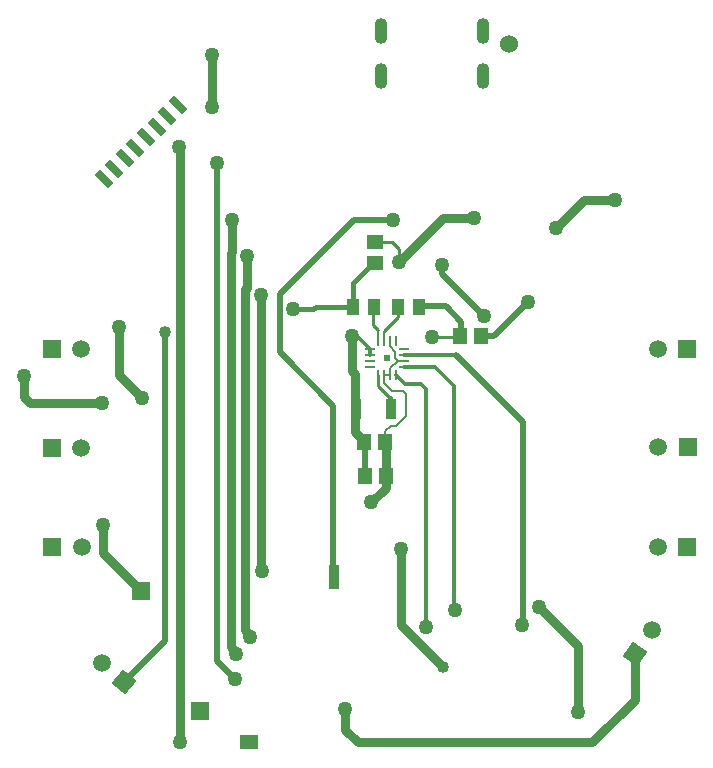
<source format=gbr>
%TF.GenerationSoftware,Altium Limited,Altium Designer,22.2.1 (43)*%
G04 Layer_Physical_Order=2*
G04 Layer_Color=16711680*
%FSLAX45Y45*%
%MOMM*%
%TF.SameCoordinates,E85C5352-B1E5-4D08-830E-0896481A3A09*%
%TF.FilePolarity,Positive*%
%TF.FileFunction,Copper,L2,Bot,Signal*%
%TF.Part,Single*%
G01*
G75*
%TA.AperFunction,SMDPad,CuDef*%
%ADD16R,1.16000X1.47000*%
%ADD17R,1.47000X1.16000*%
%TA.AperFunction,Conductor*%
%ADD33C,0.40000*%
%ADD34C,0.80000*%
%ADD35C,0.50000*%
%ADD36C,0.30000*%
%ADD37C,0.25400*%
%ADD39C,0.50038*%
%TA.AperFunction,ComponentPad*%
%ADD43O,1.10000X2.20000*%
%ADD44C,1.50800*%
%ADD45R,1.50800X1.50800*%
%ADD46P,2.13263X4X365.0*%
%ADD47R,0.90000X2.00000*%
%ADD48P,2.13263X4X280.0*%
%TA.AperFunction,ViaPad*%
%ADD49C,1.52400*%
%TA.AperFunction,ComponentPad*%
G04:AMPARAMS|DCode=50|XSize=1.6mm|YSize=0.6mm|CornerRadius=0mm|HoleSize=0mm|Usage=FLASHONLY|Rotation=135.000|XOffset=0mm|YOffset=0mm|HoleType=Round|Shape=Rectangle|*
%AMROTATEDRECTD50*
4,1,4,0.77782,-0.35356,0.35356,-0.77782,-0.77782,0.35356,-0.35356,0.77782,0.77782,-0.35356,0.0*
%
%ADD50ROTATEDRECTD50*%

%ADD51R,1.50000X1.50000*%
%ADD52R,1.50000X1.50000*%
%ADD53R,1.50000X1.25000*%
%TA.AperFunction,ViaPad*%
%ADD54C,1.27000*%
%ADD55C,1.01600*%
%TA.AperFunction,SMDPad,CuDef*%
%ADD56R,0.97000X1.73000*%
%ADD57R,0.14986X0.85999*%
%ADD58R,0.50800X0.50800*%
G04:AMPARAMS|DCode=59|XSize=0.86mm|YSize=0.15mm|CornerRadius=0.0375mm|HoleSize=0mm|Usage=FLASHONLY|Rotation=90.000|XOffset=0mm|YOffset=0mm|HoleType=Round|Shape=RoundedRectangle|*
%AMROUNDEDRECTD59*
21,1,0.86000,0.07500,0,0,90.0*
21,1,0.78500,0.15000,0,0,90.0*
1,1,0.07500,0.03750,0.39250*
1,1,0.07500,0.03750,-0.39250*
1,1,0.07500,-0.03750,-0.39250*
1,1,0.07500,-0.03750,0.39250*
%
%ADD59ROUNDEDRECTD59*%
G04:AMPARAMS|DCode=60|XSize=0.86mm|YSize=0.15mm|CornerRadius=0.0375mm|HoleSize=0mm|Usage=FLASHONLY|Rotation=0.000|XOffset=0mm|YOffset=0mm|HoleType=Round|Shape=RoundedRectangle|*
%AMROUNDEDRECTD60*
21,1,0.86000,0.07500,0,0,0.0*
21,1,0.78500,0.15000,0,0,0.0*
1,1,0.07500,0.39250,-0.03750*
1,1,0.07500,-0.39250,-0.03750*
1,1,0.07500,-0.39250,0.03750*
1,1,0.07500,0.39250,0.03750*
%
%ADD60ROUNDEDRECTD60*%
%ADD61R,1.14000X1.47000*%
%TA.AperFunction,Conductor*%
%ADD62C,0.50800*%
%ADD63C,0.80000*%
%ADD64C,0.17780*%
%ADD65C,0.76200*%
%ADD66C,0.12700*%
%ADD67C,0.20000*%
%ADD68C,0.48260*%
D16*
X11159120Y9177020D02*
D03*
X11335120D02*
D03*
X10343780Y8282940D02*
D03*
X10519780D02*
D03*
X10353940Y7993380D02*
D03*
X10529940D02*
D03*
D17*
X10436860Y9792600D02*
D03*
Y9968600D02*
D03*
D33*
X10248798Y9627403D02*
X10425433Y9804028D01*
X10566400Y8559800D02*
Y8653780D01*
X9745980Y9403080D02*
X9916160D01*
X9936480Y9423400D01*
X10248798D01*
Y9627403D01*
D34*
X10270399Y8361401D02*
Y8851260D01*
X10351399Y8280400D02*
Y8295899D01*
X8270240Y8844280D02*
X8465820Y8648700D01*
X8270240Y8844280D02*
Y9250202D01*
X8125460Y8610600D02*
X8128000Y8613140D01*
X7517003Y8610600D02*
X8125460D01*
X7470140Y8657463D02*
X7517003Y8610600D01*
X7470140Y8657463D02*
Y8836660D01*
X11973560Y10093960D02*
X12209048Y10329448D01*
X12473188D01*
X9340220Y9570772D02*
X9350015Y9580567D01*
X9476740Y7190740D02*
X9481820Y7185660D01*
X9340220Y6684658D02*
Y9570772D01*
X9350015Y9580567D02*
Y9857668D01*
X9476740Y7190740D02*
Y9514840D01*
X9471660Y9519920D02*
X9476740Y9514840D01*
X9380220Y6631940D02*
Y6644658D01*
X9340220Y6684658D02*
X9380220Y6644658D01*
X9215760Y6539993D02*
X9262229Y6493523D01*
X9215760Y9880652D02*
X9225280Y9890172D01*
X9215760Y6539993D02*
Y9880652D01*
X9262229Y6480805D02*
Y6493523D01*
X9225280Y9890172D02*
Y10157460D01*
X9056370Y11118850D02*
Y11558270D01*
X9055100Y11117580D02*
X9056370Y11118850D01*
Y11558270D02*
X9057640Y11559540D01*
X11015980Y10175240D02*
X11275060D01*
X10640060Y9799320D02*
X11015980Y10175240D01*
X10657840Y6733540D02*
X11015980Y6375400D01*
X10657840Y6733540D02*
Y7371080D01*
X8135620Y7338060D02*
X8458200Y7015480D01*
X8135620Y7338060D02*
Y7578882D01*
X10243820Y8877838D02*
X10270399Y8851260D01*
X10243820Y8877838D02*
Y9174480D01*
X10270399Y8361401D02*
X10317902Y8313898D01*
X10333401D01*
X10351399Y8295899D01*
X12153900Y5994400D02*
Y6548120D01*
X11823700Y6878320D02*
X12153900Y6548120D01*
X10185400Y5844540D02*
Y6014720D01*
Y5844540D02*
X10294620Y5735320D01*
X12278360D01*
X12640427Y6097387D01*
Y6480917D01*
D35*
X11169279Y9171940D02*
Y9295501D01*
X8314431Y6250263D02*
X8661400Y6597232D01*
X11037783Y9426997D02*
X11169279Y9295501D01*
X8661400Y6597232D02*
Y9210040D01*
X10086340Y7137105D02*
Y8587740D01*
Y7137105D02*
X10087905Y7135541D01*
X9101379Y6425641D02*
Y10638020D01*
Y6425641D02*
X9253479Y6273541D01*
X10261600Y10160000D02*
X10591800D01*
X10811398Y9426997D02*
X11037783D01*
X10807802Y9423400D02*
X10811398Y9426997D01*
X10351399Y8026400D02*
Y8280400D01*
X9632081Y9041999D02*
X10086340Y8587740D01*
X9632081Y9041999D02*
Y9530481D01*
X10261600Y10160000D01*
D36*
X10286619Y9174480D02*
X10394498Y9066601D01*
X10397500D01*
X10243820Y9174480D02*
X10286619D01*
X10397500Y9016599D02*
Y9066601D01*
X10871200Y6713220D02*
Y8727440D01*
X10826887Y8771753D02*
X10871200Y8727440D01*
X10692348Y8771753D02*
X10826887D01*
X10616001Y8848100D02*
X10692348Y8771753D01*
X10684500Y9016599D02*
X11123061D01*
X11681440Y6731000D02*
X11694160D01*
X11109960Y6868160D02*
Y8755380D01*
X10948741Y8916599D02*
X11109960Y8755380D01*
X10684500Y8916599D02*
X10948741D01*
D37*
X10924540Y9171940D02*
X11169279D01*
X11171819Y9169400D01*
X10465999Y8754181D02*
X10566400Y8653780D01*
X10465999Y8754181D02*
Y8848100D01*
X10640060Y9799320D02*
Y9911080D01*
X10582539Y9968601D02*
X10640060Y9911080D01*
X10436860Y9968601D02*
X10582539D01*
X10398501Y9792599D02*
X10414000D01*
X10516799Y9220601D02*
X10629798Y9333601D01*
Y9423400D01*
X10424160Y9268460D02*
X10465999Y9226621D01*
X10424160Y9268460D02*
Y9420758D01*
X10426802Y9423400D01*
D39*
X11008360Y9697720D02*
Y9776460D01*
Y9697720D02*
X11358880Y9347200D01*
D43*
X11351860Y11379580D02*
D03*
X10487860D02*
D03*
X11351860Y11759580D02*
D03*
X10487860D02*
D03*
D44*
X7950200Y8232140D02*
D03*
X8122920Y6410960D02*
D03*
X12783820Y6685707D02*
D03*
X12830998Y9067800D02*
D03*
X12834082Y8238058D02*
D03*
X12830998Y7391400D02*
D03*
X7950738Y9067800D02*
D03*
X7955280Y7386320D02*
D03*
D45*
X7700198Y8232140D02*
D03*
X13081000Y9067800D02*
D03*
X13084077Y8238058D02*
D03*
X13081000Y7391400D02*
D03*
X7700742Y9067800D02*
D03*
X7705278Y7386320D02*
D03*
D46*
X8314431Y6250263D02*
D03*
D47*
X10087905Y7135541D02*
D03*
D48*
X12640427Y6480917D02*
D03*
D49*
X11574780Y11650980D02*
D03*
D50*
X8320136Y10679796D02*
D03*
X8409940Y10769600D02*
D03*
X8499744Y10859404D02*
D03*
X8589543Y10949203D02*
D03*
X8679348Y11039008D02*
D03*
X8769152Y11128812D02*
D03*
X8230321Y10589981D02*
D03*
X8142331Y10501991D02*
D03*
D51*
X8458200Y7015480D02*
D03*
D52*
X8953500Y5999480D02*
D03*
D53*
X9374480Y5742280D02*
D03*
D54*
X11729720Y9464040D02*
D03*
X10924540Y9171940D02*
D03*
X8465820Y8648700D02*
D03*
X8128000Y8613140D02*
D03*
X7470140Y8836660D02*
D03*
X8790331Y5737156D02*
D03*
X9101379Y10638020D02*
D03*
X8775700Y10777220D02*
D03*
X11973560Y10093960D02*
D03*
X12473188Y10329448D02*
D03*
X9471660Y9519920D02*
D03*
X9481820Y7185660D02*
D03*
X9350015Y9857668D02*
D03*
X9380220Y6631940D02*
D03*
X9225280Y10157460D02*
D03*
X9253479Y6273541D02*
D03*
X9262229Y6480805D02*
D03*
X9057640Y11559540D02*
D03*
X9055100Y11117580D02*
D03*
X11275060Y10175240D02*
D03*
X10591800Y10160000D02*
D03*
X11008360Y9776460D02*
D03*
X10657840Y7371080D02*
D03*
X10871200Y6713220D02*
D03*
X11681440Y6731000D02*
D03*
X11112500Y6855460D02*
D03*
X10640060Y9799320D02*
D03*
X10403840Y7769860D02*
D03*
X8135620Y7578882D02*
D03*
X8270240Y9250202D02*
D03*
X9745980Y9403080D02*
D03*
X10243820Y9174480D02*
D03*
X12153900Y5994400D02*
D03*
X11823700Y6878320D02*
D03*
X11358880Y9347200D02*
D03*
X10185400Y6014720D02*
D03*
D55*
X8661400Y9210040D02*
D03*
X11015980Y6375400D02*
D03*
D56*
X10273620Y8554720D02*
D03*
X10569620D02*
D03*
D57*
X10465999Y8848100D02*
D03*
D58*
X10541000Y8991600D02*
D03*
D59*
X10616001Y8848100D02*
D03*
X10565999D02*
D03*
X10516001D02*
D03*
X10465999Y9135100D02*
D03*
X10516001D02*
D03*
X10565999D02*
D03*
X10616001D02*
D03*
D60*
X10397500Y8916599D02*
D03*
Y8966601D02*
D03*
Y9016599D02*
D03*
Y9066601D02*
D03*
X10684500D02*
D03*
Y9016599D02*
D03*
Y8966601D02*
D03*
Y8916599D02*
D03*
D61*
X10248798Y9423400D02*
D03*
X10426802D02*
D03*
X10807802D02*
D03*
X10629798D02*
D03*
D62*
X11729720Y9461500D02*
Y9464040D01*
X11445240Y9177020D02*
X11729720Y9461500D01*
X11335120Y9177020D02*
X11445240D01*
X11694160Y6731000D02*
Y8445500D01*
D63*
X8783016Y5744471D02*
Y10769904D01*
X8775700Y10777220D02*
X8783016Y10769904D01*
Y5744471D02*
X8790331Y5737156D01*
D64*
X10522366Y8370154D02*
X10569771Y8417560D01*
X10619740D01*
X10703560Y8501380D01*
Y8684260D01*
X10675620Y8712200D02*
X10703560Y8684260D01*
X10584180Y8712200D02*
X10675620D01*
X10516001Y8780379D02*
X10584180Y8712200D01*
X10522366Y8285435D02*
Y8370154D01*
Y8285435D02*
X10527401Y8280400D01*
X10516001Y8780379D02*
Y8848100D01*
X10565999D01*
D65*
X10403840Y7769860D02*
X10527401Y7893421D01*
Y8280400D01*
D66*
X10565999Y8903351D02*
X10629783Y8967135D01*
X10609580Y8987338D02*
X10629783Y8967135D01*
X10565999Y8848100D02*
Y8903351D01*
X10609580Y8987338D02*
Y9044940D01*
X10683966Y8967135D02*
X10684500Y8966601D01*
X10629783Y8967135D02*
X10683966D01*
X10565999Y9088521D02*
X10609580Y9044940D01*
X10565999Y9088521D02*
Y9135100D01*
D67*
X10516001D02*
Y9219799D01*
X10516799Y9220601D01*
X10465999Y9135100D02*
Y9226621D01*
D68*
X11123061Y9016599D02*
X11694160Y8445500D01*
%TF.MD5,e296b1700949e4b1f48766f9db8c0a2a*%
M02*

</source>
